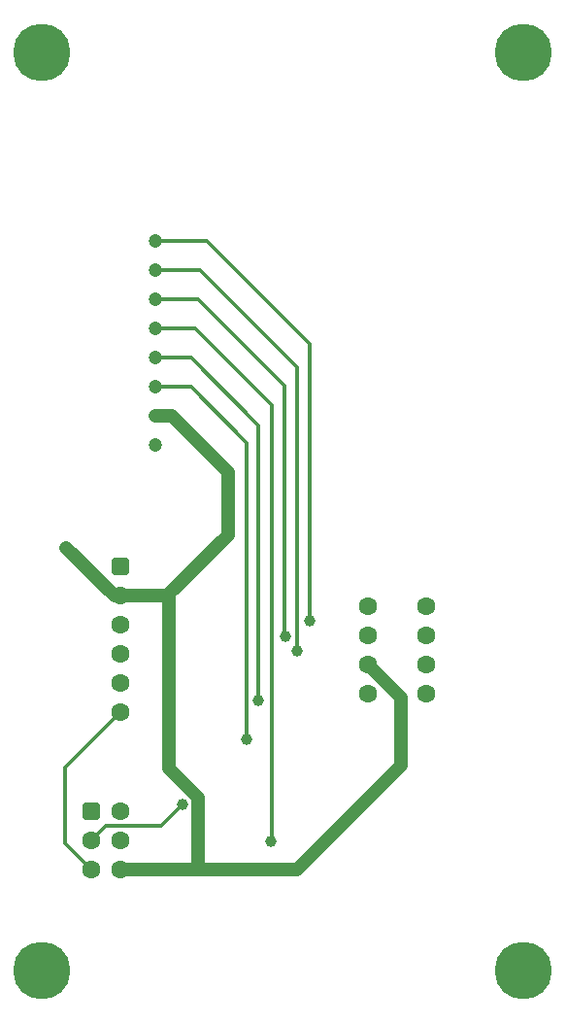
<source format=gbl>
G04 Layer_Physical_Order=2*
G04 Layer_Color=16711680*
%FSLAX44Y44*%
%MOMM*%
G71*
G01*
G75*
%ADD12C,0.3000*%
%ADD15C,1.2000*%
%ADD16C,1.6000*%
%ADD17C,5.0000*%
G04:AMPARAMS|DCode=18|XSize=1.6mm|YSize=1.6mm|CornerRadius=0.4mm|HoleSize=0mm|Usage=FLASHONLY|Rotation=90.000|XOffset=0mm|YOffset=0mm|HoleType=Round|Shape=RoundedRectangle|*
%AMROUNDEDRECTD18*
21,1,1.6000,0.8000,0,0,90.0*
21,1,0.8000,1.6000,0,0,90.0*
1,1,0.8000,0.4000,0.4000*
1,1,0.8000,0.4000,-0.4000*
1,1,0.8000,-0.4000,-0.4000*
1,1,0.8000,-0.4000,0.4000*
%
%ADD18ROUNDEDRECTD18*%
%ADD19C,1.0000*%
%ADD20C,1.2000*%
D12*
X273558Y345186D02*
Y586232D01*
X183642Y676148D02*
X273558Y586232D01*
X138684Y676148D02*
X183642D01*
X262382Y319278D02*
X262636Y319024D01*
X262382Y319278D02*
Y566420D01*
X178054Y650748D02*
X262382Y566420D01*
X138684Y650748D02*
X178054D01*
X251460Y332486D02*
Y549656D01*
Y332486D02*
X251968Y331978D01*
X175768Y625348D02*
X251460Y549656D01*
X138684Y625348D02*
X175768D01*
X240030Y152908D02*
Y533400D01*
X239776Y152654D02*
X240030Y152908D01*
X173482Y599948D02*
X240030Y533400D01*
X138684Y599948D02*
X173482D01*
X228854Y276098D02*
Y515620D01*
X169926Y574548D02*
X228854Y515620D01*
X138684Y574548D02*
X169926D01*
X138684Y549148D02*
X169672D01*
X218440Y500380D01*
Y242062D02*
Y500380D01*
X59690Y151130D02*
X82550Y128270D01*
X59690Y151130D02*
Y217170D01*
X107950Y265430D01*
X82550Y153670D02*
X95250Y166370D01*
X143510D01*
X162560Y185420D01*
D15*
X138684Y498348D02*
D03*
Y523748D02*
D03*
Y574548D02*
D03*
Y599948D02*
D03*
Y625348D02*
D03*
Y676148D02*
D03*
Y549148D02*
D03*
Y650748D02*
D03*
D16*
X323850Y332740D02*
D03*
Y358140D02*
D03*
X374650Y281940D02*
D03*
Y358140D02*
D03*
Y332740D02*
D03*
Y307340D02*
D03*
X323850D02*
D03*
Y281940D02*
D03*
X107950Y290830D02*
D03*
Y341630D02*
D03*
Y367030D02*
D03*
Y316230D02*
D03*
Y265430D02*
D03*
X82550Y128270D02*
D03*
Y153670D02*
D03*
X107950Y179070D02*
D03*
X107950Y153670D02*
D03*
Y128270D02*
D03*
D17*
X460000Y840000D02*
D03*
X40000D02*
D03*
X460000Y40000D02*
D03*
X40000D02*
D03*
D18*
X107950Y392430D02*
D03*
X82550Y179070D02*
D03*
D19*
X273558Y345186D02*
D03*
X262636Y319024D02*
D03*
X251968Y331978D02*
D03*
X239776Y152654D02*
D03*
X228854Y276098D02*
D03*
X218440Y242062D02*
D03*
X60960Y408940D02*
D03*
X162560Y185420D02*
D03*
D20*
X353314Y218948D02*
Y277876D01*
X262636Y128270D02*
X353314Y218948D01*
X176100Y128270D02*
X262636D01*
X323850Y307340D02*
X353314Y277876D01*
X176100Y128270D02*
Y191028D01*
X107950Y128270D02*
X176100D01*
X201930Y419862D02*
Y474980D01*
X149098Y367030D02*
X201930Y419862D01*
X107950Y367030D02*
X149098D01*
X150622Y216507D02*
Y366268D01*
Y216507D02*
X176100Y191028D01*
X153162Y523748D02*
X201930Y474980D01*
X138684Y523748D02*
X153162D01*
X60960Y408940D02*
X102870Y367030D01*
X107950D01*
M02*

</source>
